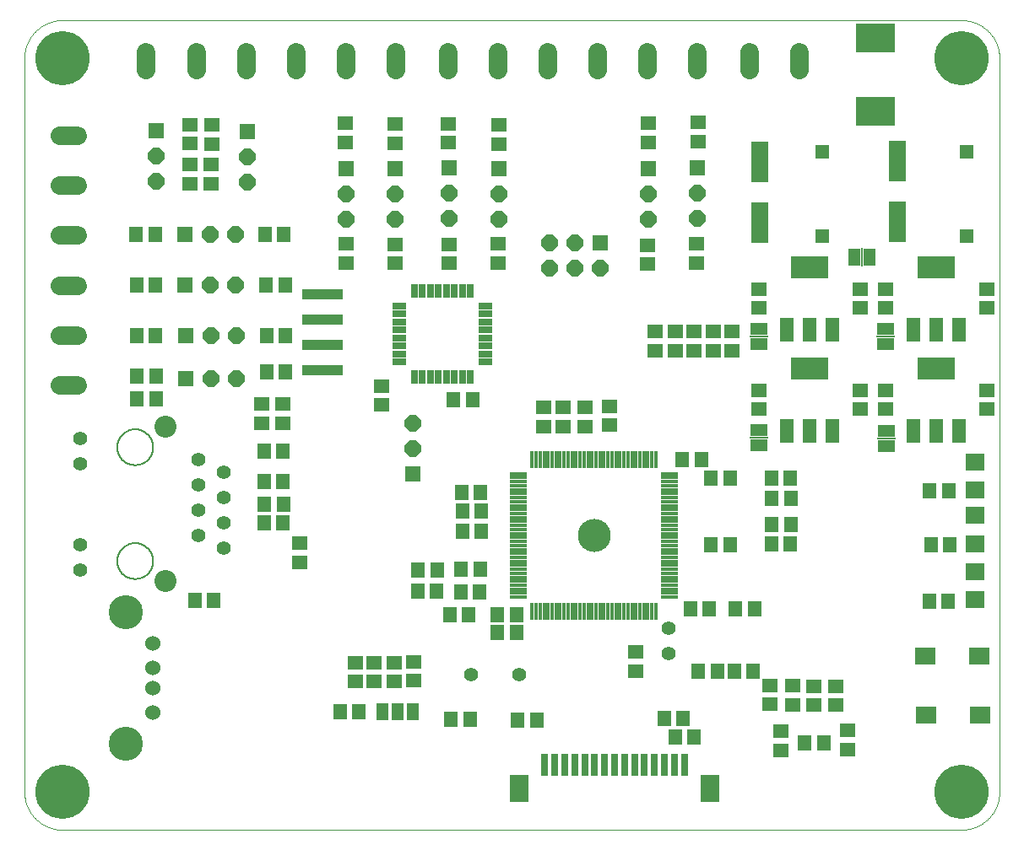
<source format=gts>
G75*
%MOIN*%
%OFA0B0*%
%FSLAX25Y25*%
%IPPOS*%
%LPD*%
%AMOC8*
5,1,8,0,0,1.08239X$1,22.5*
%
%ADD10C,0.00000*%
%ADD11R,0.06306X0.05518*%
%ADD12R,0.05518X0.06306*%
%ADD13R,0.15361X0.11424*%
%ADD14R,0.07498X0.06699*%
%ADD15R,0.05200X0.09200*%
%ADD16R,0.14573X0.09061*%
%ADD17R,0.02762X0.09061*%
%ADD18R,0.07487X0.10636*%
%ADD19C,0.05600*%
%ADD20R,0.05000X0.06700*%
%ADD21R,0.00600X0.07200*%
%ADD22R,0.06700X0.05000*%
%ADD23R,0.07200X0.00600*%
%ADD24R,0.01187X0.06699*%
%ADD25R,0.06699X0.01187*%
%ADD26C,0.13061*%
%ADD27R,0.05550X0.05550*%
%ADD28C,0.00500*%
%ADD29C,0.08668*%
%ADD30C,0.05550*%
%ADD31C,0.07450*%
%ADD32C,0.06000*%
%ADD33C,0.13500*%
%ADD34C,0.21400*%
%ADD35R,0.02600X0.05400*%
%ADD36R,0.05400X0.02600*%
%ADD37R,0.06699X0.16148*%
%ADD38R,0.06400X0.06400*%
%ADD39OC8,0.06400*%
%ADD40R,0.08274X0.06699*%
%ADD41R,0.16148X0.04337*%
D10*
X0017225Y0002026D02*
X0372225Y0002026D01*
X0372587Y0002030D01*
X0372950Y0002044D01*
X0373312Y0002065D01*
X0373673Y0002096D01*
X0374033Y0002135D01*
X0374392Y0002183D01*
X0374750Y0002240D01*
X0375107Y0002305D01*
X0375462Y0002379D01*
X0375815Y0002462D01*
X0376166Y0002553D01*
X0376514Y0002652D01*
X0376860Y0002760D01*
X0377204Y0002876D01*
X0377544Y0003001D01*
X0377881Y0003133D01*
X0378215Y0003274D01*
X0378546Y0003423D01*
X0378873Y0003580D01*
X0379196Y0003744D01*
X0379515Y0003916D01*
X0379829Y0004096D01*
X0380140Y0004284D01*
X0380445Y0004479D01*
X0380746Y0004681D01*
X0381042Y0004891D01*
X0381332Y0005107D01*
X0381618Y0005331D01*
X0381898Y0005561D01*
X0382172Y0005798D01*
X0382440Y0006042D01*
X0382703Y0006292D01*
X0382959Y0006548D01*
X0383209Y0006811D01*
X0383453Y0007079D01*
X0383690Y0007353D01*
X0383920Y0007633D01*
X0384144Y0007919D01*
X0384360Y0008209D01*
X0384570Y0008505D01*
X0384772Y0008806D01*
X0384967Y0009111D01*
X0385155Y0009422D01*
X0385335Y0009736D01*
X0385507Y0010055D01*
X0385671Y0010378D01*
X0385828Y0010705D01*
X0385977Y0011036D01*
X0386118Y0011370D01*
X0386250Y0011707D01*
X0386375Y0012047D01*
X0386491Y0012391D01*
X0386599Y0012737D01*
X0386698Y0013085D01*
X0386789Y0013436D01*
X0386872Y0013789D01*
X0386946Y0014144D01*
X0387011Y0014501D01*
X0387068Y0014859D01*
X0387116Y0015218D01*
X0387155Y0015578D01*
X0387186Y0015939D01*
X0387207Y0016301D01*
X0387221Y0016664D01*
X0387225Y0017026D01*
X0387225Y0307026D01*
X0387221Y0307388D01*
X0387207Y0307751D01*
X0387186Y0308113D01*
X0387155Y0308474D01*
X0387116Y0308834D01*
X0387068Y0309193D01*
X0387011Y0309551D01*
X0386946Y0309908D01*
X0386872Y0310263D01*
X0386789Y0310616D01*
X0386698Y0310967D01*
X0386599Y0311315D01*
X0386491Y0311661D01*
X0386375Y0312005D01*
X0386250Y0312345D01*
X0386118Y0312682D01*
X0385977Y0313016D01*
X0385828Y0313347D01*
X0385671Y0313674D01*
X0385507Y0313997D01*
X0385335Y0314316D01*
X0385155Y0314630D01*
X0384967Y0314941D01*
X0384772Y0315246D01*
X0384570Y0315547D01*
X0384360Y0315843D01*
X0384144Y0316133D01*
X0383920Y0316419D01*
X0383690Y0316699D01*
X0383453Y0316973D01*
X0383209Y0317241D01*
X0382959Y0317504D01*
X0382703Y0317760D01*
X0382440Y0318010D01*
X0382172Y0318254D01*
X0381898Y0318491D01*
X0381618Y0318721D01*
X0381332Y0318945D01*
X0381042Y0319161D01*
X0380746Y0319371D01*
X0380445Y0319573D01*
X0380140Y0319768D01*
X0379829Y0319956D01*
X0379515Y0320136D01*
X0379196Y0320308D01*
X0378873Y0320472D01*
X0378546Y0320629D01*
X0378215Y0320778D01*
X0377881Y0320919D01*
X0377544Y0321051D01*
X0377204Y0321176D01*
X0376860Y0321292D01*
X0376514Y0321400D01*
X0376166Y0321499D01*
X0375815Y0321590D01*
X0375462Y0321673D01*
X0375107Y0321747D01*
X0374750Y0321812D01*
X0374392Y0321869D01*
X0374033Y0321917D01*
X0373673Y0321956D01*
X0373312Y0321987D01*
X0372950Y0322008D01*
X0372587Y0322022D01*
X0372225Y0322026D01*
X0017225Y0322026D01*
X0016863Y0322022D01*
X0016500Y0322008D01*
X0016138Y0321987D01*
X0015777Y0321956D01*
X0015417Y0321917D01*
X0015058Y0321869D01*
X0014700Y0321812D01*
X0014343Y0321747D01*
X0013988Y0321673D01*
X0013635Y0321590D01*
X0013284Y0321499D01*
X0012936Y0321400D01*
X0012590Y0321292D01*
X0012246Y0321176D01*
X0011906Y0321051D01*
X0011569Y0320919D01*
X0011235Y0320778D01*
X0010904Y0320629D01*
X0010577Y0320472D01*
X0010254Y0320308D01*
X0009935Y0320136D01*
X0009621Y0319956D01*
X0009310Y0319768D01*
X0009005Y0319573D01*
X0008704Y0319371D01*
X0008408Y0319161D01*
X0008118Y0318945D01*
X0007832Y0318721D01*
X0007552Y0318491D01*
X0007278Y0318254D01*
X0007010Y0318010D01*
X0006747Y0317760D01*
X0006491Y0317504D01*
X0006241Y0317241D01*
X0005997Y0316973D01*
X0005760Y0316699D01*
X0005530Y0316419D01*
X0005306Y0316133D01*
X0005090Y0315843D01*
X0004880Y0315547D01*
X0004678Y0315246D01*
X0004483Y0314941D01*
X0004295Y0314630D01*
X0004115Y0314316D01*
X0003943Y0313997D01*
X0003779Y0313674D01*
X0003622Y0313347D01*
X0003473Y0313016D01*
X0003332Y0312682D01*
X0003200Y0312345D01*
X0003075Y0312005D01*
X0002959Y0311661D01*
X0002851Y0311315D01*
X0002752Y0310967D01*
X0002661Y0310616D01*
X0002578Y0310263D01*
X0002504Y0309908D01*
X0002439Y0309551D01*
X0002382Y0309193D01*
X0002334Y0308834D01*
X0002295Y0308474D01*
X0002264Y0308113D01*
X0002243Y0307751D01*
X0002229Y0307388D01*
X0002225Y0307026D01*
X0002225Y0017026D01*
X0002229Y0016664D01*
X0002243Y0016301D01*
X0002264Y0015939D01*
X0002295Y0015578D01*
X0002334Y0015218D01*
X0002382Y0014859D01*
X0002439Y0014501D01*
X0002504Y0014144D01*
X0002578Y0013789D01*
X0002661Y0013436D01*
X0002752Y0013085D01*
X0002851Y0012737D01*
X0002959Y0012391D01*
X0003075Y0012047D01*
X0003200Y0011707D01*
X0003332Y0011370D01*
X0003473Y0011036D01*
X0003622Y0010705D01*
X0003779Y0010378D01*
X0003943Y0010055D01*
X0004115Y0009736D01*
X0004295Y0009422D01*
X0004483Y0009111D01*
X0004678Y0008806D01*
X0004880Y0008505D01*
X0005090Y0008209D01*
X0005306Y0007919D01*
X0005530Y0007633D01*
X0005760Y0007353D01*
X0005997Y0007079D01*
X0006241Y0006811D01*
X0006491Y0006548D01*
X0006747Y0006292D01*
X0007010Y0006042D01*
X0007278Y0005798D01*
X0007552Y0005561D01*
X0007832Y0005331D01*
X0008118Y0005107D01*
X0008408Y0004891D01*
X0008704Y0004681D01*
X0009005Y0004479D01*
X0009310Y0004284D01*
X0009621Y0004096D01*
X0009935Y0003916D01*
X0010254Y0003744D01*
X0010577Y0003580D01*
X0010904Y0003423D01*
X0011235Y0003274D01*
X0011569Y0003133D01*
X0011906Y0003001D01*
X0012246Y0002876D01*
X0012590Y0002760D01*
X0012936Y0002652D01*
X0013284Y0002553D01*
X0013635Y0002462D01*
X0013988Y0002379D01*
X0014343Y0002305D01*
X0014700Y0002240D01*
X0015058Y0002183D01*
X0015417Y0002135D01*
X0015777Y0002096D01*
X0016138Y0002065D01*
X0016500Y0002044D01*
X0016863Y0002030D01*
X0017225Y0002026D01*
D11*
X0132793Y0060539D03*
X0140239Y0060702D03*
X0148274Y0060633D03*
X0156093Y0060883D03*
X0156093Y0068364D03*
X0148274Y0068114D03*
X0140239Y0068182D03*
X0132793Y0068019D03*
X0111089Y0107842D03*
X0111089Y0115323D03*
X0104414Y0162741D03*
X0104414Y0170221D03*
X0095941Y0170209D03*
X0095941Y0162729D03*
X0143425Y0169965D03*
X0143425Y0177445D03*
X0148626Y0225941D03*
X0148626Y0233421D03*
X0129169Y0233594D03*
X0129169Y0226114D03*
X0169980Y0225889D03*
X0169980Y0233369D03*
X0189333Y0233596D03*
X0189333Y0226115D03*
X0189653Y0273111D03*
X0189653Y0280591D03*
X0169609Y0281020D03*
X0169609Y0273540D03*
X0148478Y0273428D03*
X0148478Y0280908D03*
X0128779Y0281228D03*
X0128779Y0273748D03*
X0076280Y0273125D03*
X0076280Y0280605D03*
X0067522Y0280721D03*
X0067522Y0273241D03*
X0067745Y0264945D03*
X0067745Y0257465D03*
X0076039Y0257384D03*
X0076039Y0264865D03*
X0207278Y0168974D03*
X0214921Y0168971D03*
X0223697Y0168976D03*
X0233148Y0169449D03*
X0233148Y0161968D03*
X0223697Y0161495D03*
X0214921Y0161491D03*
X0207278Y0161494D03*
X0251380Y0191443D03*
X0251380Y0198924D03*
X0259130Y0198990D03*
X0259130Y0191510D03*
X0266634Y0191475D03*
X0266634Y0198955D03*
X0274271Y0198867D03*
X0281746Y0198907D03*
X0281746Y0191427D03*
X0274271Y0191386D03*
X0292225Y0175766D03*
X0292225Y0168285D03*
X0332225Y0168285D03*
X0332225Y0175766D03*
X0342225Y0175766D03*
X0342225Y0168285D03*
X0382225Y0168285D03*
X0382225Y0175766D03*
X0382225Y0208285D03*
X0382225Y0215766D03*
X0342225Y0215766D03*
X0342225Y0208285D03*
X0332225Y0208285D03*
X0332225Y0215766D03*
X0292225Y0215766D03*
X0292225Y0208285D03*
X0267566Y0226140D03*
X0267566Y0233620D03*
X0248183Y0233066D03*
X0248183Y0225586D03*
X0248763Y0273834D03*
X0248763Y0281315D03*
X0268367Y0281556D03*
X0268367Y0274076D03*
X0243532Y0072269D03*
X0243532Y0064789D03*
X0296553Y0059008D03*
X0305577Y0058903D03*
X0313939Y0058854D03*
X0322502Y0058811D03*
X0322502Y0051331D03*
X0313939Y0051374D03*
X0305577Y0051422D03*
X0296553Y0051527D03*
X0300952Y0040972D03*
X0300952Y0033492D03*
X0327151Y0033846D03*
X0327151Y0041326D03*
D12*
X0317909Y0036493D03*
X0310429Y0036493D03*
X0289973Y0064804D03*
X0282493Y0064804D03*
X0275904Y0064829D03*
X0268424Y0064829D03*
X0262257Y0045908D03*
X0254776Y0045908D03*
X0259259Y0038789D03*
X0266739Y0038789D03*
X0265271Y0089412D03*
X0272752Y0089412D03*
X0283022Y0089348D03*
X0290502Y0089348D03*
X0297192Y0114958D03*
X0304672Y0114958D03*
X0304811Y0122592D03*
X0297330Y0122592D03*
X0297368Y0132885D03*
X0304849Y0132885D03*
X0304732Y0140877D03*
X0297252Y0140877D03*
X0280829Y0141078D03*
X0273349Y0141078D03*
X0269552Y0148392D03*
X0262072Y0148392D03*
X0273404Y0114853D03*
X0280884Y0114853D03*
X0360223Y0114805D03*
X0367704Y0114805D03*
X0367207Y0135888D03*
X0359726Y0135888D03*
X0359575Y0092316D03*
X0367055Y0092316D03*
X0204550Y0045461D03*
X0197070Y0045461D03*
X0178217Y0045632D03*
X0170737Y0045632D03*
X0134408Y0048751D03*
X0126928Y0048751D03*
X0170113Y0087121D03*
X0177594Y0087121D03*
X0174603Y0095959D03*
X0182083Y0095959D03*
X0182106Y0105031D03*
X0174626Y0105031D03*
X0165192Y0104820D03*
X0157711Y0104820D03*
X0157493Y0096411D03*
X0164974Y0096411D03*
X0188994Y0087161D03*
X0189051Y0079881D03*
X0196531Y0079881D03*
X0196475Y0087161D03*
X0182636Y0119947D03*
X0175156Y0119947D03*
X0175191Y0127872D03*
X0182671Y0127872D03*
X0182399Y0135394D03*
X0174918Y0135394D03*
X0171712Y0171912D03*
X0179193Y0171912D03*
X0105424Y0183111D03*
X0097944Y0183111D03*
X0097896Y0197318D03*
X0105376Y0197318D03*
X0105149Y0217337D03*
X0097668Y0217337D03*
X0097199Y0237492D03*
X0104679Y0237492D03*
X0053900Y0237452D03*
X0046420Y0237452D03*
X0046494Y0217224D03*
X0053974Y0217224D03*
X0054009Y0197392D03*
X0046529Y0197392D03*
X0046629Y0181429D03*
X0054110Y0181429D03*
X0054117Y0172249D03*
X0046637Y0172249D03*
X0096810Y0151600D03*
X0104290Y0151600D03*
X0104415Y0139525D03*
X0096934Y0139525D03*
X0096979Y0130757D03*
X0096923Y0123361D03*
X0104403Y0123361D03*
X0104459Y0130757D03*
X0076960Y0092739D03*
X0069480Y0092739D03*
D13*
X0338363Y0285892D03*
X0338363Y0315026D03*
D14*
X0377466Y0147521D03*
X0377466Y0136324D03*
X0377673Y0126302D03*
X0377673Y0115105D03*
X0377651Y0104172D03*
X0377651Y0092975D03*
D15*
X0371325Y0159826D03*
X0362225Y0159826D03*
X0353125Y0159826D03*
X0321325Y0159826D03*
X0312225Y0159826D03*
X0303125Y0159826D03*
X0303125Y0199826D03*
X0312225Y0199826D03*
X0321325Y0199826D03*
X0353125Y0199826D03*
X0362225Y0199826D03*
X0371325Y0199826D03*
D16*
X0362225Y0184226D03*
X0362225Y0224226D03*
X0312225Y0224226D03*
X0312225Y0184226D03*
D17*
X0262837Y0027825D03*
X0258900Y0027825D03*
X0254963Y0027825D03*
X0251026Y0027825D03*
X0247089Y0027825D03*
X0243152Y0027825D03*
X0239215Y0027825D03*
X0235278Y0027825D03*
X0231341Y0027825D03*
X0227404Y0027825D03*
X0223467Y0027825D03*
X0219530Y0027825D03*
X0215593Y0027825D03*
X0211656Y0027825D03*
X0207719Y0027825D03*
D18*
X0197482Y0018376D03*
X0273073Y0018376D03*
D19*
X0256685Y0071601D03*
X0256685Y0081601D03*
X0197466Y0063507D03*
X0178466Y0063507D03*
D20*
X0155756Y0048761D03*
X0149756Y0048761D03*
X0143756Y0048761D03*
X0329905Y0228469D03*
X0335905Y0228469D03*
D21*
X0332905Y0228469D03*
D22*
X0342262Y0200020D03*
X0342262Y0194020D03*
X0342508Y0159630D03*
X0342508Y0153630D03*
X0292239Y0154188D03*
X0292239Y0160188D03*
X0292265Y0193895D03*
X0292265Y0199895D03*
D23*
X0292265Y0196895D03*
X0292239Y0157188D03*
X0342508Y0156630D03*
X0342262Y0197020D03*
D24*
X0251553Y0148281D03*
X0249978Y0148281D03*
X0248404Y0148281D03*
X0246829Y0148281D03*
X0245254Y0148281D03*
X0243679Y0148281D03*
X0242104Y0148281D03*
X0240530Y0148281D03*
X0238955Y0148281D03*
X0237380Y0148281D03*
X0235805Y0148281D03*
X0234230Y0148281D03*
X0232656Y0148281D03*
X0231081Y0148281D03*
X0229506Y0148281D03*
X0227931Y0148281D03*
X0226356Y0148281D03*
X0224782Y0148281D03*
X0223207Y0148281D03*
X0221632Y0148281D03*
X0220057Y0148281D03*
X0218482Y0148281D03*
X0216908Y0148281D03*
X0215333Y0148281D03*
X0213758Y0148281D03*
X0212183Y0148281D03*
X0210608Y0148281D03*
X0209034Y0148281D03*
X0207459Y0148281D03*
X0205884Y0148281D03*
X0204309Y0148281D03*
X0202734Y0148281D03*
X0202734Y0088439D03*
X0204309Y0088439D03*
X0205884Y0088439D03*
X0207459Y0088439D03*
X0209034Y0088439D03*
X0210608Y0088439D03*
X0212183Y0088439D03*
X0213758Y0088439D03*
X0215333Y0088439D03*
X0216908Y0088439D03*
X0218482Y0088439D03*
X0220057Y0088439D03*
X0221632Y0088439D03*
X0223207Y0088439D03*
X0224782Y0088439D03*
X0226356Y0088439D03*
X0227931Y0088439D03*
X0229506Y0088439D03*
X0231081Y0088439D03*
X0232656Y0088439D03*
X0234230Y0088439D03*
X0235805Y0088439D03*
X0237380Y0088439D03*
X0238955Y0088439D03*
X0240530Y0088439D03*
X0242104Y0088439D03*
X0243679Y0088439D03*
X0245254Y0088439D03*
X0246829Y0088439D03*
X0248404Y0088439D03*
X0249978Y0088439D03*
X0251553Y0088439D03*
D25*
X0257065Y0093951D03*
X0257065Y0095525D03*
X0257065Y0097100D03*
X0257065Y0098675D03*
X0257065Y0100250D03*
X0257065Y0101825D03*
X0257065Y0103399D03*
X0257065Y0104974D03*
X0257065Y0106549D03*
X0257065Y0108124D03*
X0257065Y0109699D03*
X0257065Y0111274D03*
X0257065Y0112848D03*
X0257065Y0114423D03*
X0257065Y0115998D03*
X0257065Y0117573D03*
X0257065Y0119148D03*
X0257065Y0120722D03*
X0257065Y0122297D03*
X0257065Y0123872D03*
X0257065Y0125447D03*
X0257065Y0127022D03*
X0257065Y0128596D03*
X0257065Y0130171D03*
X0257065Y0131746D03*
X0257065Y0133321D03*
X0257065Y0134896D03*
X0257065Y0136470D03*
X0257065Y0138045D03*
X0257065Y0139620D03*
X0257065Y0141195D03*
X0257065Y0142770D03*
X0197223Y0142770D03*
X0197223Y0141195D03*
X0197223Y0139620D03*
X0197223Y0138045D03*
X0197223Y0136470D03*
X0197223Y0134896D03*
X0197223Y0133321D03*
X0197223Y0131746D03*
X0197223Y0130171D03*
X0197223Y0128596D03*
X0197223Y0127022D03*
X0197223Y0125447D03*
X0197223Y0123872D03*
X0197223Y0122297D03*
X0197223Y0120722D03*
X0197223Y0119148D03*
X0197223Y0117573D03*
X0197223Y0115998D03*
X0197223Y0114423D03*
X0197223Y0112848D03*
X0197223Y0111274D03*
X0197223Y0109699D03*
X0197223Y0108124D03*
X0197223Y0106549D03*
X0197223Y0104974D03*
X0197223Y0103399D03*
X0197223Y0101825D03*
X0197223Y0100250D03*
X0197223Y0098675D03*
X0197223Y0097100D03*
X0197223Y0095525D03*
X0197223Y0093951D03*
D26*
X0227144Y0118360D03*
D27*
X0317400Y0236803D03*
X0317400Y0270110D03*
X0374329Y0270110D03*
X0374329Y0236803D03*
D28*
X0038878Y0153266D02*
X0038880Y0153440D01*
X0038887Y0153614D01*
X0038897Y0153787D01*
X0038912Y0153961D01*
X0038931Y0154134D01*
X0038955Y0154306D01*
X0038982Y0154478D01*
X0039014Y0154649D01*
X0039050Y0154819D01*
X0039090Y0154988D01*
X0039135Y0155156D01*
X0039183Y0155323D01*
X0039236Y0155489D01*
X0039292Y0155654D01*
X0039353Y0155817D01*
X0039417Y0155978D01*
X0039486Y0156138D01*
X0039558Y0156296D01*
X0039635Y0156452D01*
X0039715Y0156607D01*
X0039799Y0156759D01*
X0039886Y0156909D01*
X0039978Y0157058D01*
X0040072Y0157203D01*
X0040171Y0157347D01*
X0040273Y0157488D01*
X0040378Y0157626D01*
X0040487Y0157762D01*
X0040599Y0157895D01*
X0040714Y0158025D01*
X0040832Y0158153D01*
X0040954Y0158277D01*
X0041078Y0158399D01*
X0041206Y0158517D01*
X0041336Y0158632D01*
X0041469Y0158744D01*
X0041605Y0158853D01*
X0041743Y0158958D01*
X0041884Y0159060D01*
X0042028Y0159159D01*
X0042173Y0159253D01*
X0042322Y0159345D01*
X0042472Y0159432D01*
X0042624Y0159516D01*
X0042779Y0159596D01*
X0042935Y0159673D01*
X0043093Y0159745D01*
X0043253Y0159814D01*
X0043414Y0159878D01*
X0043577Y0159939D01*
X0043742Y0159995D01*
X0043908Y0160048D01*
X0044075Y0160096D01*
X0044243Y0160141D01*
X0044412Y0160181D01*
X0044582Y0160217D01*
X0044753Y0160249D01*
X0044925Y0160276D01*
X0045097Y0160300D01*
X0045270Y0160319D01*
X0045444Y0160334D01*
X0045617Y0160344D01*
X0045791Y0160351D01*
X0045965Y0160353D01*
X0046139Y0160351D01*
X0046313Y0160344D01*
X0046486Y0160334D01*
X0046660Y0160319D01*
X0046833Y0160300D01*
X0047005Y0160276D01*
X0047177Y0160249D01*
X0047348Y0160217D01*
X0047518Y0160181D01*
X0047687Y0160141D01*
X0047855Y0160096D01*
X0048022Y0160048D01*
X0048188Y0159995D01*
X0048353Y0159939D01*
X0048516Y0159878D01*
X0048677Y0159814D01*
X0048837Y0159745D01*
X0048995Y0159673D01*
X0049151Y0159596D01*
X0049306Y0159516D01*
X0049458Y0159432D01*
X0049608Y0159345D01*
X0049757Y0159253D01*
X0049902Y0159159D01*
X0050046Y0159060D01*
X0050187Y0158958D01*
X0050325Y0158853D01*
X0050461Y0158744D01*
X0050594Y0158632D01*
X0050724Y0158517D01*
X0050852Y0158399D01*
X0050976Y0158277D01*
X0051098Y0158153D01*
X0051216Y0158025D01*
X0051331Y0157895D01*
X0051443Y0157762D01*
X0051552Y0157626D01*
X0051657Y0157488D01*
X0051759Y0157347D01*
X0051858Y0157203D01*
X0051952Y0157058D01*
X0052044Y0156909D01*
X0052131Y0156759D01*
X0052215Y0156607D01*
X0052295Y0156452D01*
X0052372Y0156296D01*
X0052444Y0156138D01*
X0052513Y0155978D01*
X0052577Y0155817D01*
X0052638Y0155654D01*
X0052694Y0155489D01*
X0052747Y0155323D01*
X0052795Y0155156D01*
X0052840Y0154988D01*
X0052880Y0154819D01*
X0052916Y0154649D01*
X0052948Y0154478D01*
X0052975Y0154306D01*
X0052999Y0154134D01*
X0053018Y0153961D01*
X0053033Y0153787D01*
X0053043Y0153614D01*
X0053050Y0153440D01*
X0053052Y0153266D01*
X0053050Y0153092D01*
X0053043Y0152918D01*
X0053033Y0152745D01*
X0053018Y0152571D01*
X0052999Y0152398D01*
X0052975Y0152226D01*
X0052948Y0152054D01*
X0052916Y0151883D01*
X0052880Y0151713D01*
X0052840Y0151544D01*
X0052795Y0151376D01*
X0052747Y0151209D01*
X0052694Y0151043D01*
X0052638Y0150878D01*
X0052577Y0150715D01*
X0052513Y0150554D01*
X0052444Y0150394D01*
X0052372Y0150236D01*
X0052295Y0150080D01*
X0052215Y0149925D01*
X0052131Y0149773D01*
X0052044Y0149623D01*
X0051952Y0149474D01*
X0051858Y0149329D01*
X0051759Y0149185D01*
X0051657Y0149044D01*
X0051552Y0148906D01*
X0051443Y0148770D01*
X0051331Y0148637D01*
X0051216Y0148507D01*
X0051098Y0148379D01*
X0050976Y0148255D01*
X0050852Y0148133D01*
X0050724Y0148015D01*
X0050594Y0147900D01*
X0050461Y0147788D01*
X0050325Y0147679D01*
X0050187Y0147574D01*
X0050046Y0147472D01*
X0049902Y0147373D01*
X0049757Y0147279D01*
X0049608Y0147187D01*
X0049458Y0147100D01*
X0049306Y0147016D01*
X0049151Y0146936D01*
X0048995Y0146859D01*
X0048837Y0146787D01*
X0048677Y0146718D01*
X0048516Y0146654D01*
X0048353Y0146593D01*
X0048188Y0146537D01*
X0048022Y0146484D01*
X0047855Y0146436D01*
X0047687Y0146391D01*
X0047518Y0146351D01*
X0047348Y0146315D01*
X0047177Y0146283D01*
X0047005Y0146256D01*
X0046833Y0146232D01*
X0046660Y0146213D01*
X0046486Y0146198D01*
X0046313Y0146188D01*
X0046139Y0146181D01*
X0045965Y0146179D01*
X0045791Y0146181D01*
X0045617Y0146188D01*
X0045444Y0146198D01*
X0045270Y0146213D01*
X0045097Y0146232D01*
X0044925Y0146256D01*
X0044753Y0146283D01*
X0044582Y0146315D01*
X0044412Y0146351D01*
X0044243Y0146391D01*
X0044075Y0146436D01*
X0043908Y0146484D01*
X0043742Y0146537D01*
X0043577Y0146593D01*
X0043414Y0146654D01*
X0043253Y0146718D01*
X0043093Y0146787D01*
X0042935Y0146859D01*
X0042779Y0146936D01*
X0042624Y0147016D01*
X0042472Y0147100D01*
X0042322Y0147187D01*
X0042173Y0147279D01*
X0042028Y0147373D01*
X0041884Y0147472D01*
X0041743Y0147574D01*
X0041605Y0147679D01*
X0041469Y0147788D01*
X0041336Y0147900D01*
X0041206Y0148015D01*
X0041078Y0148133D01*
X0040954Y0148255D01*
X0040832Y0148379D01*
X0040714Y0148507D01*
X0040599Y0148637D01*
X0040487Y0148770D01*
X0040378Y0148906D01*
X0040273Y0149044D01*
X0040171Y0149185D01*
X0040072Y0149329D01*
X0039978Y0149474D01*
X0039886Y0149623D01*
X0039799Y0149773D01*
X0039715Y0149925D01*
X0039635Y0150080D01*
X0039558Y0150236D01*
X0039486Y0150394D01*
X0039417Y0150554D01*
X0039353Y0150715D01*
X0039292Y0150878D01*
X0039236Y0151043D01*
X0039183Y0151209D01*
X0039135Y0151376D01*
X0039090Y0151544D01*
X0039050Y0151713D01*
X0039014Y0151883D01*
X0038982Y0152054D01*
X0038955Y0152226D01*
X0038931Y0152398D01*
X0038912Y0152571D01*
X0038897Y0152745D01*
X0038887Y0152918D01*
X0038880Y0153092D01*
X0038878Y0153266D01*
X0038878Y0108266D02*
X0038880Y0108440D01*
X0038887Y0108614D01*
X0038897Y0108787D01*
X0038912Y0108961D01*
X0038931Y0109134D01*
X0038955Y0109306D01*
X0038982Y0109478D01*
X0039014Y0109649D01*
X0039050Y0109819D01*
X0039090Y0109988D01*
X0039135Y0110156D01*
X0039183Y0110323D01*
X0039236Y0110489D01*
X0039292Y0110654D01*
X0039353Y0110817D01*
X0039417Y0110978D01*
X0039486Y0111138D01*
X0039558Y0111296D01*
X0039635Y0111452D01*
X0039715Y0111607D01*
X0039799Y0111759D01*
X0039886Y0111909D01*
X0039978Y0112058D01*
X0040072Y0112203D01*
X0040171Y0112347D01*
X0040273Y0112488D01*
X0040378Y0112626D01*
X0040487Y0112762D01*
X0040599Y0112895D01*
X0040714Y0113025D01*
X0040832Y0113153D01*
X0040954Y0113277D01*
X0041078Y0113399D01*
X0041206Y0113517D01*
X0041336Y0113632D01*
X0041469Y0113744D01*
X0041605Y0113853D01*
X0041743Y0113958D01*
X0041884Y0114060D01*
X0042028Y0114159D01*
X0042173Y0114253D01*
X0042322Y0114345D01*
X0042472Y0114432D01*
X0042624Y0114516D01*
X0042779Y0114596D01*
X0042935Y0114673D01*
X0043093Y0114745D01*
X0043253Y0114814D01*
X0043414Y0114878D01*
X0043577Y0114939D01*
X0043742Y0114995D01*
X0043908Y0115048D01*
X0044075Y0115096D01*
X0044243Y0115141D01*
X0044412Y0115181D01*
X0044582Y0115217D01*
X0044753Y0115249D01*
X0044925Y0115276D01*
X0045097Y0115300D01*
X0045270Y0115319D01*
X0045444Y0115334D01*
X0045617Y0115344D01*
X0045791Y0115351D01*
X0045965Y0115353D01*
X0046139Y0115351D01*
X0046313Y0115344D01*
X0046486Y0115334D01*
X0046660Y0115319D01*
X0046833Y0115300D01*
X0047005Y0115276D01*
X0047177Y0115249D01*
X0047348Y0115217D01*
X0047518Y0115181D01*
X0047687Y0115141D01*
X0047855Y0115096D01*
X0048022Y0115048D01*
X0048188Y0114995D01*
X0048353Y0114939D01*
X0048516Y0114878D01*
X0048677Y0114814D01*
X0048837Y0114745D01*
X0048995Y0114673D01*
X0049151Y0114596D01*
X0049306Y0114516D01*
X0049458Y0114432D01*
X0049608Y0114345D01*
X0049757Y0114253D01*
X0049902Y0114159D01*
X0050046Y0114060D01*
X0050187Y0113958D01*
X0050325Y0113853D01*
X0050461Y0113744D01*
X0050594Y0113632D01*
X0050724Y0113517D01*
X0050852Y0113399D01*
X0050976Y0113277D01*
X0051098Y0113153D01*
X0051216Y0113025D01*
X0051331Y0112895D01*
X0051443Y0112762D01*
X0051552Y0112626D01*
X0051657Y0112488D01*
X0051759Y0112347D01*
X0051858Y0112203D01*
X0051952Y0112058D01*
X0052044Y0111909D01*
X0052131Y0111759D01*
X0052215Y0111607D01*
X0052295Y0111452D01*
X0052372Y0111296D01*
X0052444Y0111138D01*
X0052513Y0110978D01*
X0052577Y0110817D01*
X0052638Y0110654D01*
X0052694Y0110489D01*
X0052747Y0110323D01*
X0052795Y0110156D01*
X0052840Y0109988D01*
X0052880Y0109819D01*
X0052916Y0109649D01*
X0052948Y0109478D01*
X0052975Y0109306D01*
X0052999Y0109134D01*
X0053018Y0108961D01*
X0053033Y0108787D01*
X0053043Y0108614D01*
X0053050Y0108440D01*
X0053052Y0108266D01*
X0053050Y0108092D01*
X0053043Y0107918D01*
X0053033Y0107745D01*
X0053018Y0107571D01*
X0052999Y0107398D01*
X0052975Y0107226D01*
X0052948Y0107054D01*
X0052916Y0106883D01*
X0052880Y0106713D01*
X0052840Y0106544D01*
X0052795Y0106376D01*
X0052747Y0106209D01*
X0052694Y0106043D01*
X0052638Y0105878D01*
X0052577Y0105715D01*
X0052513Y0105554D01*
X0052444Y0105394D01*
X0052372Y0105236D01*
X0052295Y0105080D01*
X0052215Y0104925D01*
X0052131Y0104773D01*
X0052044Y0104623D01*
X0051952Y0104474D01*
X0051858Y0104329D01*
X0051759Y0104185D01*
X0051657Y0104044D01*
X0051552Y0103906D01*
X0051443Y0103770D01*
X0051331Y0103637D01*
X0051216Y0103507D01*
X0051098Y0103379D01*
X0050976Y0103255D01*
X0050852Y0103133D01*
X0050724Y0103015D01*
X0050594Y0102900D01*
X0050461Y0102788D01*
X0050325Y0102679D01*
X0050187Y0102574D01*
X0050046Y0102472D01*
X0049902Y0102373D01*
X0049757Y0102279D01*
X0049608Y0102187D01*
X0049458Y0102100D01*
X0049306Y0102016D01*
X0049151Y0101936D01*
X0048995Y0101859D01*
X0048837Y0101787D01*
X0048677Y0101718D01*
X0048516Y0101654D01*
X0048353Y0101593D01*
X0048188Y0101537D01*
X0048022Y0101484D01*
X0047855Y0101436D01*
X0047687Y0101391D01*
X0047518Y0101351D01*
X0047348Y0101315D01*
X0047177Y0101283D01*
X0047005Y0101256D01*
X0046833Y0101232D01*
X0046660Y0101213D01*
X0046486Y0101198D01*
X0046313Y0101188D01*
X0046139Y0101181D01*
X0045965Y0101179D01*
X0045791Y0101181D01*
X0045617Y0101188D01*
X0045444Y0101198D01*
X0045270Y0101213D01*
X0045097Y0101232D01*
X0044925Y0101256D01*
X0044753Y0101283D01*
X0044582Y0101315D01*
X0044412Y0101351D01*
X0044243Y0101391D01*
X0044075Y0101436D01*
X0043908Y0101484D01*
X0043742Y0101537D01*
X0043577Y0101593D01*
X0043414Y0101654D01*
X0043253Y0101718D01*
X0043093Y0101787D01*
X0042935Y0101859D01*
X0042779Y0101936D01*
X0042624Y0102016D01*
X0042472Y0102100D01*
X0042322Y0102187D01*
X0042173Y0102279D01*
X0042028Y0102373D01*
X0041884Y0102472D01*
X0041743Y0102574D01*
X0041605Y0102679D01*
X0041469Y0102788D01*
X0041336Y0102900D01*
X0041206Y0103015D01*
X0041078Y0103133D01*
X0040954Y0103255D01*
X0040832Y0103379D01*
X0040714Y0103507D01*
X0040599Y0103637D01*
X0040487Y0103770D01*
X0040378Y0103906D01*
X0040273Y0104044D01*
X0040171Y0104185D01*
X0040072Y0104329D01*
X0039978Y0104474D01*
X0039886Y0104623D01*
X0039799Y0104773D01*
X0039715Y0104925D01*
X0039635Y0105080D01*
X0039558Y0105236D01*
X0039486Y0105394D01*
X0039417Y0105554D01*
X0039353Y0105715D01*
X0039292Y0105878D01*
X0039236Y0106043D01*
X0039183Y0106209D01*
X0039135Y0106376D01*
X0039090Y0106544D01*
X0039050Y0106713D01*
X0039014Y0106883D01*
X0038982Y0107054D01*
X0038955Y0107226D01*
X0038931Y0107398D01*
X0038912Y0107571D01*
X0038897Y0107745D01*
X0038887Y0107918D01*
X0038880Y0108092D01*
X0038878Y0108266D01*
D29*
X0057973Y0100274D03*
X0057973Y0161258D03*
D30*
X0070965Y0148246D03*
X0080965Y0143285D03*
X0070965Y0138246D03*
X0080965Y0133285D03*
X0070965Y0128246D03*
X0080965Y0123285D03*
X0070965Y0118246D03*
X0080965Y0113285D03*
X0024233Y0114683D03*
X0024233Y0104683D03*
X0024233Y0146848D03*
X0024233Y0156848D03*
D31*
X0023333Y0177813D02*
X0016283Y0177813D01*
X0016283Y0197498D02*
X0023333Y0197498D01*
X0023333Y0217183D02*
X0016283Y0217183D01*
X0016283Y0236868D02*
X0023333Y0236868D01*
X0023333Y0256553D02*
X0016283Y0256553D01*
X0016283Y0276238D02*
X0023333Y0276238D01*
X0050429Y0302292D02*
X0050429Y0309342D01*
X0070114Y0309342D02*
X0070114Y0302292D01*
X0089799Y0302292D02*
X0089799Y0309342D01*
X0109484Y0309342D02*
X0109484Y0302292D01*
X0129169Y0302292D02*
X0129169Y0309342D01*
X0148854Y0309342D02*
X0148854Y0302292D01*
X0169513Y0302280D02*
X0169513Y0309330D01*
X0189198Y0309330D02*
X0189198Y0302280D01*
X0208883Y0302280D02*
X0208883Y0309330D01*
X0228568Y0309330D02*
X0228568Y0302280D01*
X0248253Y0302280D02*
X0248253Y0309330D01*
X0267938Y0309330D02*
X0267938Y0302280D01*
X0288712Y0302242D02*
X0288712Y0309292D01*
X0308397Y0309292D02*
X0308397Y0302242D01*
D32*
X0052925Y0075776D03*
X0052925Y0065976D03*
X0052925Y0058076D03*
X0052925Y0048276D03*
D33*
X0042225Y0036176D03*
X0042225Y0087876D03*
D34*
X0017225Y0017026D03*
X0017225Y0307026D03*
X0372225Y0307026D03*
X0372225Y0017026D03*
D35*
X0178282Y0181105D03*
X0175132Y0181105D03*
X0171983Y0181105D03*
X0168833Y0181105D03*
X0165683Y0181105D03*
X0162534Y0181105D03*
X0159384Y0181105D03*
X0156235Y0181105D03*
X0156235Y0214905D03*
X0159384Y0214905D03*
X0162534Y0214905D03*
X0165683Y0214905D03*
X0168833Y0214905D03*
X0171983Y0214905D03*
X0175132Y0214905D03*
X0178282Y0214905D03*
D36*
X0184158Y0209028D03*
X0184158Y0205879D03*
X0184158Y0202729D03*
X0184158Y0199579D03*
X0184158Y0196430D03*
X0184158Y0193280D03*
X0184158Y0190131D03*
X0184158Y0186981D03*
X0150358Y0186981D03*
X0150358Y0190131D03*
X0150358Y0193280D03*
X0150358Y0196430D03*
X0150358Y0199579D03*
X0150358Y0202729D03*
X0150358Y0205879D03*
X0150358Y0209028D03*
D37*
X0292710Y0242006D03*
X0292710Y0266022D03*
X0346841Y0266407D03*
X0346841Y0242391D03*
D38*
X0267970Y0263785D03*
X0248649Y0263332D03*
X0229689Y0234100D03*
X0189660Y0263484D03*
X0169874Y0263571D03*
X0148466Y0263395D03*
X0129162Y0263272D03*
X0090221Y0277915D03*
X0054349Y0278277D03*
X0065441Y0237418D03*
X0065664Y0217247D03*
X0065882Y0197444D03*
X0066014Y0180444D03*
X0155658Y0142529D03*
D39*
X0155658Y0152529D03*
X0155658Y0162529D03*
X0086014Y0180444D03*
X0076014Y0180444D03*
X0075882Y0197444D03*
X0085882Y0197444D03*
X0085664Y0217247D03*
X0075664Y0217247D03*
X0075441Y0237418D03*
X0085441Y0237418D03*
X0090221Y0257915D03*
X0090221Y0267915D03*
X0054349Y0268277D03*
X0054349Y0258277D03*
X0129162Y0253272D03*
X0129162Y0243272D03*
X0148466Y0243395D03*
X0148466Y0253395D03*
X0169874Y0253571D03*
X0169874Y0243571D03*
X0189660Y0243484D03*
X0189660Y0253484D03*
X0209689Y0234100D03*
X0209689Y0224100D03*
X0219689Y0224100D03*
X0229689Y0224100D03*
X0219689Y0234100D03*
X0248649Y0243332D03*
X0248649Y0253332D03*
X0267970Y0253785D03*
X0267970Y0243785D03*
D40*
X0358006Y0070703D03*
X0379266Y0070703D03*
X0379484Y0047422D03*
X0358224Y0047422D03*
D41*
X0119963Y0183840D03*
X0119963Y0193840D03*
X0119963Y0203840D03*
X0119963Y0213840D03*
M02*

</source>
